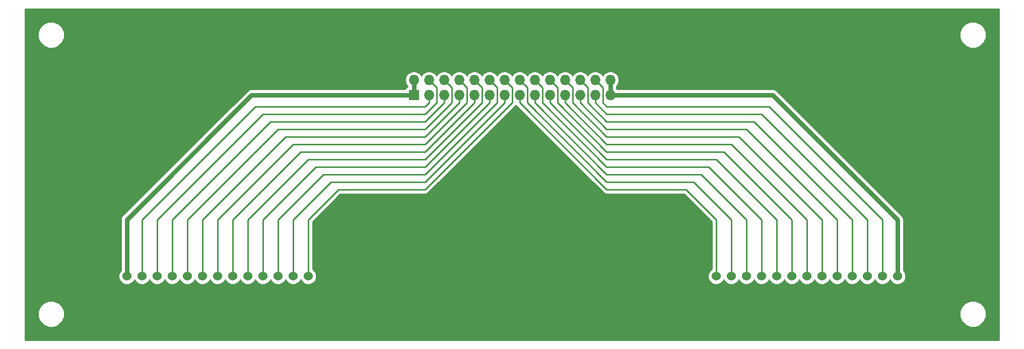
<source format=gbl>
G04 #@! TF.FileFunction,Copper,L2,Bot,Signal*
%FSLAX46Y46*%
G04 Gerber Fmt 4.6, Leading zero omitted, Abs format (unit mm)*
G04 Created by KiCad (PCBNEW 4.0.4-stable) date 11/06/16 19:23:54*
%MOMM*%
%LPD*%
G01*
G04 APERTURE LIST*
%ADD10C,0.100000*%
%ADD11C,1.524000*%
%ADD12R,1.727200X1.727200*%
%ADD13O,1.727200X1.727200*%
%ADD14C,0.762000*%
%ADD15C,0.250000*%
%ADD16C,0.254000*%
G04 APERTURE END LIST*
D10*
D11*
X83820000Y-121920000D03*
X86360000Y-121920000D03*
X88900000Y-121920000D03*
X91440000Y-121920000D03*
X93980000Y-121920000D03*
X96520000Y-121920000D03*
X99060000Y-121920000D03*
X101600000Y-121920000D03*
X104140000Y-121920000D03*
X106680000Y-121920000D03*
X109220000Y-121920000D03*
X111760000Y-121920000D03*
X114300000Y-121920000D03*
X182880000Y-121920000D03*
X185420000Y-121920000D03*
X187960000Y-121920000D03*
X190500000Y-121920000D03*
X193040000Y-121920000D03*
X195580000Y-121920000D03*
X198120000Y-121920000D03*
X200660000Y-121920000D03*
X203200000Y-121920000D03*
X205740000Y-121920000D03*
X208280000Y-121920000D03*
X210820000Y-121920000D03*
X213360000Y-121920000D03*
D12*
X132080000Y-91440000D03*
D13*
X132080000Y-88900000D03*
X134620000Y-91440000D03*
X134620000Y-88900000D03*
X137160000Y-91440000D03*
X137160000Y-88900000D03*
X139700000Y-91440000D03*
X139700000Y-88900000D03*
X142240000Y-91440000D03*
X142240000Y-88900000D03*
X144780000Y-91440000D03*
X144780000Y-88900000D03*
X147320000Y-91440000D03*
X147320000Y-88900000D03*
X149860000Y-91440000D03*
X149860000Y-88900000D03*
X152400000Y-91440000D03*
X152400000Y-88900000D03*
X154940000Y-91440000D03*
X154940000Y-88900000D03*
X157480000Y-91440000D03*
X157480000Y-88900000D03*
X160020000Y-91440000D03*
X160020000Y-88900000D03*
X162560000Y-91440000D03*
X162560000Y-88900000D03*
X165100000Y-91440000D03*
X165100000Y-88900000D03*
D14*
X132080000Y-88900000D02*
X132080000Y-91440000D01*
X83820000Y-112395000D02*
X104775000Y-91440000D01*
X104775000Y-91440000D02*
X132080000Y-91440000D01*
X104775000Y-91440000D02*
X132080000Y-91440000D01*
X83820000Y-112395000D02*
X104775000Y-91440000D01*
X132080000Y-88900000D02*
X132080000Y-91440000D01*
X83820000Y-121920000D02*
X83820000Y-112395000D01*
D15*
X83820000Y-121424700D02*
X83731100Y-121513600D01*
X83820000Y-121424700D02*
X83731100Y-121513600D01*
D14*
X83820000Y-121920000D02*
X83820000Y-112395000D01*
D16*
X134620000Y-92710000D02*
X133985000Y-93345000D01*
X133985000Y-93345000D02*
X105410000Y-93345000D01*
X105410000Y-93345000D02*
X86360000Y-112395000D01*
X134620000Y-91440000D02*
X134620000Y-92710000D01*
X134620000Y-91440000D02*
X134620000Y-92710000D01*
X105410000Y-93345000D02*
X86360000Y-112395000D01*
X133985000Y-93345000D02*
X105410000Y-93345000D01*
X134620000Y-92710000D02*
X133985000Y-93345000D01*
X86360000Y-112395000D02*
X86360000Y-121920000D01*
X86360000Y-112395000D02*
X86360000Y-121920000D01*
X135890000Y-90170000D02*
X135890000Y-92710000D01*
X135890000Y-92710000D02*
X133985000Y-94615000D01*
X133985000Y-94615000D02*
X106680000Y-94615000D01*
X106680000Y-94615000D02*
X88900000Y-112395000D01*
X134620000Y-88900000D02*
X135890000Y-90170000D01*
X134620000Y-88900000D02*
X135890000Y-90170000D01*
X106680000Y-94615000D02*
X88900000Y-112395000D01*
X133985000Y-94615000D02*
X106680000Y-94615000D01*
X135890000Y-92710000D02*
X133985000Y-94615000D01*
X135890000Y-90170000D02*
X135890000Y-92710000D01*
X88900000Y-112395000D02*
X88900000Y-121920000D01*
X88900000Y-112395000D02*
X88900000Y-121920000D01*
X137160000Y-92710000D02*
X133985000Y-95885000D01*
X133985000Y-95885000D02*
X107950000Y-95885000D01*
X107950000Y-95885000D02*
X91440000Y-112395000D01*
X137160000Y-91440000D02*
X137160000Y-92710000D01*
X137160000Y-91440000D02*
X137160000Y-92710000D01*
X107950000Y-95885000D02*
X91440000Y-112395000D01*
X133985000Y-95885000D02*
X107950000Y-95885000D01*
X137160000Y-92710000D02*
X133985000Y-95885000D01*
X91440000Y-112395000D02*
X91440000Y-121920000D01*
X91440000Y-112395000D02*
X91440000Y-121920000D01*
X138430000Y-90170000D02*
X138430000Y-92710000D01*
X138430000Y-92710000D02*
X133985000Y-97155000D01*
X133985000Y-97155000D02*
X109220000Y-97155000D01*
X109220000Y-97155000D02*
X93980000Y-112395000D01*
X137160000Y-88900000D02*
X138430000Y-90170000D01*
X137160000Y-88900000D02*
X138430000Y-90170000D01*
X109220000Y-97155000D02*
X93980000Y-112395000D01*
X133985000Y-97155000D02*
X109220000Y-97155000D01*
X138430000Y-92710000D02*
X133985000Y-97155000D01*
X138430000Y-90170000D02*
X138430000Y-92710000D01*
X93980000Y-112395000D02*
X93980000Y-121920000D01*
X93980000Y-112395000D02*
X93980000Y-121920000D01*
X139700000Y-92710000D02*
X133985000Y-98425000D01*
X133985000Y-98425000D02*
X110490000Y-98425000D01*
X110490000Y-98425000D02*
X96520000Y-112395000D01*
X139700000Y-91440000D02*
X139700000Y-92710000D01*
X139700000Y-91440000D02*
X139700000Y-92710000D01*
X110490000Y-98425000D02*
X96520000Y-112395000D01*
X133985000Y-98425000D02*
X110490000Y-98425000D01*
X139700000Y-92710000D02*
X133985000Y-98425000D01*
X96520000Y-112395000D02*
X96520000Y-121920000D01*
X96520000Y-112395000D02*
X96520000Y-121920000D01*
X140970000Y-90170000D02*
X140970000Y-92710000D01*
X140970000Y-92710000D02*
X133985000Y-99695000D01*
X133985000Y-99695000D02*
X111760000Y-99695000D01*
X111760000Y-99695000D02*
X99060000Y-112395000D01*
X139700000Y-88900000D02*
X140970000Y-90170000D01*
X139700000Y-88900000D02*
X140970000Y-90170000D01*
X111760000Y-99695000D02*
X99060000Y-112395000D01*
X133985000Y-99695000D02*
X111760000Y-99695000D01*
X140970000Y-92710000D02*
X133985000Y-99695000D01*
X140970000Y-90170000D02*
X140970000Y-92710000D01*
X99060000Y-112395000D02*
X99060000Y-121920000D01*
X99060000Y-112395000D02*
X99060000Y-121920000D01*
X142240000Y-92710000D02*
X133985000Y-100965000D01*
X133985000Y-100965000D02*
X113030000Y-100965000D01*
X113030000Y-100965000D02*
X101600000Y-112395000D01*
X142240000Y-91440000D02*
X142240000Y-92710000D01*
X142240000Y-91440000D02*
X142240000Y-92710000D01*
X113030000Y-100965000D02*
X101600000Y-112395000D01*
X133985000Y-100965000D02*
X113030000Y-100965000D01*
X142240000Y-92710000D02*
X133985000Y-100965000D01*
X101600000Y-112395000D02*
X101600000Y-121920000D01*
X101600000Y-112395000D02*
X101600000Y-121920000D01*
X143510000Y-90170000D02*
X143510000Y-92710000D01*
X143510000Y-92710000D02*
X133985000Y-102235000D01*
X133985000Y-102235000D02*
X114300000Y-102235000D01*
X114300000Y-102235000D02*
X104140000Y-112395000D01*
X142240000Y-88900000D02*
X143510000Y-90170000D01*
X142240000Y-88900000D02*
X143510000Y-90170000D01*
X114300000Y-102235000D02*
X104140000Y-112395000D01*
X133985000Y-102235000D02*
X114300000Y-102235000D01*
X143510000Y-92710000D02*
X133985000Y-102235000D01*
X143510000Y-90170000D02*
X143510000Y-92710000D01*
X104140000Y-112395000D02*
X104140000Y-121920000D01*
X104140000Y-112395000D02*
X104140000Y-121920000D01*
X144780000Y-92710000D02*
X133985000Y-103505000D01*
X133985000Y-103505000D02*
X115570000Y-103505000D01*
X115570000Y-103505000D02*
X106680000Y-112395000D01*
X144780000Y-91440000D02*
X144780000Y-92710000D01*
X144780000Y-91440000D02*
X144780000Y-92710000D01*
X115570000Y-103505000D02*
X106680000Y-112395000D01*
X133985000Y-103505000D02*
X115570000Y-103505000D01*
X144780000Y-92710000D02*
X133985000Y-103505000D01*
X106680000Y-112395000D02*
X106680000Y-121920000D01*
X106680000Y-112395000D02*
X106680000Y-121920000D01*
X146050000Y-90170000D02*
X146050000Y-92710000D01*
X146050000Y-92710000D02*
X133985000Y-104775000D01*
X144780000Y-88900000D02*
X146050000Y-90170000D01*
X144780000Y-88900000D02*
X146050000Y-90170000D01*
X146050000Y-92710000D02*
X133985000Y-104775000D01*
X146050000Y-90170000D02*
X146050000Y-92710000D01*
X133985000Y-104775000D02*
X116840000Y-104775000D01*
X116840000Y-104775000D02*
X109220000Y-112395000D01*
X109220000Y-112395000D02*
X109220000Y-121920000D01*
X109220000Y-112395000D02*
X109220000Y-121920000D01*
X116840000Y-104775000D02*
X109220000Y-112395000D01*
X133985000Y-104775000D02*
X116840000Y-104775000D01*
X147320000Y-92710000D02*
X133985000Y-106045000D01*
X147320000Y-91440000D02*
X147320000Y-92710000D01*
X147320000Y-91440000D02*
X147320000Y-92710000D01*
X147320000Y-92710000D02*
X133985000Y-106045000D01*
X133985000Y-106045000D02*
X118110000Y-106045000D01*
X118110000Y-106045000D02*
X111760000Y-112395000D01*
X111760000Y-112395000D02*
X111760000Y-121920000D01*
X111760000Y-112395000D02*
X111760000Y-121920000D01*
X118110000Y-106045000D02*
X111760000Y-112395000D01*
X133985000Y-106045000D02*
X118110000Y-106045000D01*
X148590000Y-90170000D02*
X148590000Y-92710000D01*
X148590000Y-92710000D02*
X133985000Y-107315000D01*
X147320000Y-88900000D02*
X148590000Y-90170000D01*
X147320000Y-88900000D02*
X148590000Y-90170000D01*
X148590000Y-92710000D02*
X133985000Y-107315000D01*
X148590000Y-90170000D02*
X148590000Y-92710000D01*
X133985000Y-107315000D02*
X119380000Y-107315000D01*
X119380000Y-107315000D02*
X114300000Y-112395000D01*
X114300000Y-112395000D02*
X114300000Y-121920000D01*
X114300000Y-112395000D02*
X114300000Y-121920000D01*
X119380000Y-107315000D02*
X114300000Y-112395000D01*
X133985000Y-107315000D02*
X119380000Y-107315000D01*
X149860000Y-92710000D02*
X164465000Y-107315000D01*
X149860000Y-91440000D02*
X149860000Y-92710000D01*
X149860000Y-91440000D02*
X149860000Y-92710000D01*
X149860000Y-92710000D02*
X164465000Y-107315000D01*
X164465000Y-107315000D02*
X177800000Y-107315000D01*
X177800000Y-107315000D02*
X182880000Y-112395000D01*
X182880000Y-112395000D02*
X182880000Y-121920000D01*
X182880000Y-112395000D02*
X182880000Y-121920000D01*
X177800000Y-107315000D02*
X182880000Y-112395000D01*
X164465000Y-107315000D02*
X177800000Y-107315000D01*
X151130000Y-90170000D02*
X151130000Y-92710000D01*
X151130000Y-92710000D02*
X164465000Y-106045000D01*
X149860000Y-88900000D02*
X151130000Y-90170000D01*
X149860000Y-88900000D02*
X151130000Y-90170000D01*
X151130000Y-92710000D02*
X164465000Y-106045000D01*
X151130000Y-90170000D02*
X151130000Y-92710000D01*
X164465000Y-106045000D02*
X179070000Y-106045000D01*
X179070000Y-106045000D02*
X185420000Y-112395000D01*
X185420000Y-112395000D02*
X185420000Y-121920000D01*
X185420000Y-112395000D02*
X185420000Y-121920000D01*
X179070000Y-106045000D02*
X185420000Y-112395000D01*
X164465000Y-106045000D02*
X179070000Y-106045000D01*
X152400000Y-92710000D02*
X164465000Y-104775000D01*
X152400000Y-91440000D02*
X152400000Y-92710000D01*
X152400000Y-91440000D02*
X152400000Y-92710000D01*
X152400000Y-92710000D02*
X164465000Y-104775000D01*
X164465000Y-104775000D02*
X180340000Y-104775000D01*
X180340000Y-104775000D02*
X187960000Y-112395000D01*
X187960000Y-112395000D02*
X187960000Y-121920000D01*
X187960000Y-112395000D02*
X187960000Y-121920000D01*
X180340000Y-104775000D02*
X187960000Y-112395000D01*
X164465000Y-104775000D02*
X180340000Y-104775000D01*
X153670000Y-90170000D02*
X153670000Y-92710000D01*
X153670000Y-92710000D02*
X164465000Y-103505000D01*
X164465000Y-103505000D02*
X181610000Y-103505000D01*
X152400000Y-88900000D02*
X153670000Y-90170000D01*
X152400000Y-88900000D02*
X153670000Y-90170000D01*
X164465000Y-103505000D02*
X181610000Y-103505000D01*
X153670000Y-92710000D02*
X164465000Y-103505000D01*
X153670000Y-90170000D02*
X153670000Y-92710000D01*
X181610000Y-103505000D02*
X190500000Y-112395000D01*
X190500000Y-112395000D02*
X190500000Y-121920000D01*
X190500000Y-112395000D02*
X190500000Y-121920000D01*
X181610000Y-103505000D02*
X190500000Y-112395000D01*
X154940000Y-92710000D02*
X164465000Y-102235000D01*
X164465000Y-102235000D02*
X182880000Y-102235000D01*
X154940000Y-91440000D02*
X154940000Y-92710000D01*
X154940000Y-91440000D02*
X154940000Y-92710000D01*
X164465000Y-102235000D02*
X182880000Y-102235000D01*
X154940000Y-92710000D02*
X164465000Y-102235000D01*
X182880000Y-102235000D02*
X193040000Y-112395000D01*
X193040000Y-112395000D02*
X193040000Y-121920000D01*
X193040000Y-112395000D02*
X193040000Y-121920000D01*
X182880000Y-102235000D02*
X193040000Y-112395000D01*
X156210000Y-90170000D02*
X156210000Y-92710000D01*
X156210000Y-92710000D02*
X164465000Y-100965000D01*
X164465000Y-100965000D02*
X184150000Y-100965000D01*
X154940000Y-88900000D02*
X156210000Y-90170000D01*
X154940000Y-88900000D02*
X156210000Y-90170000D01*
X164465000Y-100965000D02*
X184150000Y-100965000D01*
X156210000Y-92710000D02*
X164465000Y-100965000D01*
X156210000Y-90170000D02*
X156210000Y-92710000D01*
X184150000Y-100965000D02*
X195580000Y-112395000D01*
X195580000Y-112395000D02*
X195580000Y-121920000D01*
X195580000Y-112395000D02*
X195580000Y-121920000D01*
X184150000Y-100965000D02*
X195580000Y-112395000D01*
X157480000Y-92710000D02*
X164465000Y-99695000D01*
X164465000Y-99695000D02*
X185420000Y-99695000D01*
X157480000Y-91440000D02*
X157480000Y-92710000D01*
X157480000Y-91440000D02*
X157480000Y-92710000D01*
X164465000Y-99695000D02*
X185420000Y-99695000D01*
X157480000Y-92710000D02*
X164465000Y-99695000D01*
X185420000Y-99695000D02*
X198120000Y-112395000D01*
X198120000Y-112395000D02*
X198120000Y-121920000D01*
X198120000Y-112395000D02*
X198120000Y-121920000D01*
X185420000Y-99695000D02*
X198120000Y-112395000D01*
X158750000Y-90170000D02*
X158750000Y-92710000D01*
X158750000Y-92710000D02*
X164465000Y-98425000D01*
X164465000Y-98425000D02*
X186690000Y-98425000D01*
X157480000Y-88900000D02*
X158750000Y-90170000D01*
X157480000Y-88900000D02*
X158750000Y-90170000D01*
X164465000Y-98425000D02*
X186690000Y-98425000D01*
X158750000Y-92710000D02*
X164465000Y-98425000D01*
X158750000Y-90170000D02*
X158750000Y-92710000D01*
X186690000Y-98425000D02*
X200660000Y-112395000D01*
X200660000Y-112395000D02*
X200660000Y-121920000D01*
X200660000Y-112395000D02*
X200660000Y-121920000D01*
X186690000Y-98425000D02*
X200660000Y-112395000D01*
X160020000Y-92710000D02*
X164465000Y-97155000D01*
X164465000Y-97155000D02*
X187960000Y-97155000D01*
X160020000Y-91440000D02*
X160020000Y-92710000D01*
X160020000Y-91440000D02*
X160020000Y-92710000D01*
X164465000Y-97155000D02*
X187960000Y-97155000D01*
X160020000Y-92710000D02*
X164465000Y-97155000D01*
X187960000Y-97155000D02*
X203200000Y-112395000D01*
X203200000Y-112395000D02*
X203200000Y-121920000D01*
X203200000Y-112395000D02*
X203200000Y-121920000D01*
X187960000Y-97155000D02*
X203200000Y-112395000D01*
X161290000Y-90170000D02*
X161290000Y-92710000D01*
X161290000Y-92710000D02*
X164465000Y-95885000D01*
X164465000Y-95885000D02*
X189230000Y-95885000D01*
X160020000Y-88900000D02*
X161290000Y-90170000D01*
X160020000Y-88900000D02*
X161290000Y-90170000D01*
X164465000Y-95885000D02*
X189230000Y-95885000D01*
X161290000Y-92710000D02*
X164465000Y-95885000D01*
X161290000Y-90170000D02*
X161290000Y-92710000D01*
X189230000Y-95885000D02*
X205740000Y-112395000D01*
X205740000Y-112395000D02*
X205740000Y-121920000D01*
X205740000Y-112395000D02*
X205740000Y-121920000D01*
X189230000Y-95885000D02*
X205740000Y-112395000D01*
X162560000Y-92710000D02*
X164465000Y-94615000D01*
X164465000Y-94615000D02*
X190500000Y-94615000D01*
X162560000Y-91440000D02*
X162560000Y-92710000D01*
X162560000Y-91440000D02*
X162560000Y-92710000D01*
X164465000Y-94615000D02*
X190500000Y-94615000D01*
X162560000Y-92710000D02*
X164465000Y-94615000D01*
X190500000Y-94615000D02*
X208280000Y-112395000D01*
X208280000Y-112395000D02*
X208280000Y-121920000D01*
X208280000Y-112395000D02*
X208280000Y-121920000D01*
X190500000Y-94615000D02*
X208280000Y-112395000D01*
X163830000Y-90170000D02*
X163830000Y-92710000D01*
X163830000Y-92710000D02*
X164465000Y-93345000D01*
X164465000Y-93345000D02*
X191770000Y-93345000D01*
X162560000Y-88900000D02*
X163830000Y-90170000D01*
X162560000Y-88900000D02*
X163830000Y-90170000D01*
X164465000Y-93345000D02*
X191770000Y-93345000D01*
X163830000Y-92710000D02*
X164465000Y-93345000D01*
X163830000Y-90170000D02*
X163830000Y-92710000D01*
X191770000Y-93345000D02*
X210820000Y-112395000D01*
X210820000Y-112395000D02*
X210820000Y-121920000D01*
X210820000Y-112395000D02*
X210820000Y-121920000D01*
X191770000Y-93345000D02*
X210820000Y-112395000D01*
D14*
X165100000Y-88900000D02*
X165100000Y-91440000D01*
X192405000Y-91440000D02*
X165100000Y-91440000D01*
X192405000Y-91440000D02*
X165100000Y-91440000D01*
X165100000Y-88900000D02*
X165100000Y-91440000D01*
X213360000Y-112395000D02*
X192405000Y-91440000D01*
X213360000Y-121920000D02*
X213360000Y-112395000D01*
X213360000Y-121920000D02*
X213360000Y-112395000D01*
X213360000Y-112395000D02*
X192405000Y-91440000D01*
D16*
G36*
X230430000Y-132640000D02*
X66750000Y-132640000D01*
X66750000Y-127862346D01*
X68877974Y-127862346D01*
X68884984Y-128287425D01*
X68884613Y-128712619D01*
X68892303Y-128731230D01*
X68892635Y-128751363D01*
X69204640Y-129504610D01*
X69213845Y-129509420D01*
X69224155Y-129534372D01*
X69852321Y-130163636D01*
X69880057Y-130175153D01*
X69885390Y-130185360D01*
X70280797Y-130341554D01*
X70673481Y-130504611D01*
X70693619Y-130504629D01*
X70712346Y-130512026D01*
X71137425Y-130505016D01*
X71562619Y-130505387D01*
X71581230Y-130497697D01*
X71601363Y-130497365D01*
X72354610Y-130185360D01*
X72359420Y-130176155D01*
X72384372Y-130165845D01*
X73013636Y-129537679D01*
X73025153Y-129509943D01*
X73035360Y-129504610D01*
X73191554Y-129109203D01*
X73354611Y-128716519D01*
X73354629Y-128696381D01*
X73362026Y-128677654D01*
X73355016Y-128252575D01*
X73355356Y-127862346D01*
X223817974Y-127862346D01*
X223824984Y-128287425D01*
X223824613Y-128712619D01*
X223832303Y-128731230D01*
X223832635Y-128751363D01*
X224144640Y-129504610D01*
X224153845Y-129509420D01*
X224164155Y-129534372D01*
X224792321Y-130163636D01*
X224820057Y-130175153D01*
X224825390Y-130185360D01*
X225220797Y-130341554D01*
X225613481Y-130504611D01*
X225633619Y-130504629D01*
X225652346Y-130512026D01*
X226077425Y-130505016D01*
X226502619Y-130505387D01*
X226521230Y-130497697D01*
X226541363Y-130497365D01*
X227294610Y-130185360D01*
X227299420Y-130176155D01*
X227324372Y-130165845D01*
X227953636Y-129537679D01*
X227965153Y-129509943D01*
X227975360Y-129504610D01*
X228131554Y-129109203D01*
X228294611Y-128716519D01*
X228294629Y-128696381D01*
X228302026Y-128677654D01*
X228295016Y-128252575D01*
X228295387Y-127827381D01*
X228287697Y-127808770D01*
X228287365Y-127788637D01*
X227975360Y-127035390D01*
X227966155Y-127030580D01*
X227955845Y-127005628D01*
X227327679Y-126376364D01*
X227299943Y-126364847D01*
X227294610Y-126354640D01*
X226899203Y-126198446D01*
X226506519Y-126035389D01*
X226486381Y-126035371D01*
X226467654Y-126027974D01*
X226042575Y-126034984D01*
X225617381Y-126034613D01*
X225598770Y-126042303D01*
X225578637Y-126042635D01*
X224825390Y-126354640D01*
X224820580Y-126363845D01*
X224795628Y-126374155D01*
X224166364Y-127002321D01*
X224154847Y-127030057D01*
X224144640Y-127035390D01*
X223988446Y-127430797D01*
X223825389Y-127823481D01*
X223825371Y-127843619D01*
X223817974Y-127862346D01*
X73355356Y-127862346D01*
X73355387Y-127827381D01*
X73347697Y-127808770D01*
X73347365Y-127788637D01*
X73035360Y-127035390D01*
X73026155Y-127030580D01*
X73015845Y-127005628D01*
X72387679Y-126376364D01*
X72359943Y-126364847D01*
X72354610Y-126354640D01*
X71959203Y-126198446D01*
X71566519Y-126035389D01*
X71546381Y-126035371D01*
X71527654Y-126027974D01*
X71102575Y-126034984D01*
X70677381Y-126034613D01*
X70658770Y-126042303D01*
X70638637Y-126042635D01*
X69885390Y-126354640D01*
X69880580Y-126363845D01*
X69855628Y-126374155D01*
X69226364Y-127002321D01*
X69214847Y-127030057D01*
X69204640Y-127035390D01*
X69048446Y-127430797D01*
X68885389Y-127823481D01*
X68885371Y-127843619D01*
X68877974Y-127862346D01*
X66750000Y-127862346D01*
X66750000Y-122196661D01*
X82422758Y-122196661D01*
X82634990Y-122710303D01*
X83027630Y-123103629D01*
X83540900Y-123316757D01*
X84096661Y-123317242D01*
X84610303Y-123105010D01*
X85003629Y-122712370D01*
X85089949Y-122504488D01*
X85174990Y-122710303D01*
X85567630Y-123103629D01*
X86080900Y-123316757D01*
X86636661Y-123317242D01*
X87150303Y-123105010D01*
X87543629Y-122712370D01*
X87629949Y-122504488D01*
X87714990Y-122710303D01*
X88107630Y-123103629D01*
X88620900Y-123316757D01*
X89176661Y-123317242D01*
X89690303Y-123105010D01*
X90083629Y-122712370D01*
X90169949Y-122504488D01*
X90254990Y-122710303D01*
X90647630Y-123103629D01*
X91160900Y-123316757D01*
X91716661Y-123317242D01*
X92230303Y-123105010D01*
X92623629Y-122712370D01*
X92709949Y-122504488D01*
X92794990Y-122710303D01*
X93187630Y-123103629D01*
X93700900Y-123316757D01*
X94256661Y-123317242D01*
X94770303Y-123105010D01*
X95163629Y-122712370D01*
X95249949Y-122504488D01*
X95334990Y-122710303D01*
X95727630Y-123103629D01*
X96240900Y-123316757D01*
X96796661Y-123317242D01*
X97310303Y-123105010D01*
X97703629Y-122712370D01*
X97789949Y-122504488D01*
X97874990Y-122710303D01*
X98267630Y-123103629D01*
X98780900Y-123316757D01*
X99336661Y-123317242D01*
X99850303Y-123105010D01*
X100243629Y-122712370D01*
X100329949Y-122504488D01*
X100414990Y-122710303D01*
X100807630Y-123103629D01*
X101320900Y-123316757D01*
X101876661Y-123317242D01*
X102390303Y-123105010D01*
X102783629Y-122712370D01*
X102869949Y-122504488D01*
X102954990Y-122710303D01*
X103347630Y-123103629D01*
X103860900Y-123316757D01*
X104416661Y-123317242D01*
X104930303Y-123105010D01*
X105323629Y-122712370D01*
X105409949Y-122504488D01*
X105494990Y-122710303D01*
X105887630Y-123103629D01*
X106400900Y-123316757D01*
X106956661Y-123317242D01*
X107470303Y-123105010D01*
X107863629Y-122712370D01*
X107949949Y-122504488D01*
X108034990Y-122710303D01*
X108427630Y-123103629D01*
X108940900Y-123316757D01*
X109496661Y-123317242D01*
X110010303Y-123105010D01*
X110403629Y-122712370D01*
X110489949Y-122504488D01*
X110574990Y-122710303D01*
X110967630Y-123103629D01*
X111480900Y-123316757D01*
X112036661Y-123317242D01*
X112550303Y-123105010D01*
X112943629Y-122712370D01*
X113029949Y-122504488D01*
X113114990Y-122710303D01*
X113507630Y-123103629D01*
X114020900Y-123316757D01*
X114576661Y-123317242D01*
X115090303Y-123105010D01*
X115483629Y-122712370D01*
X115696757Y-122199100D01*
X115697242Y-121643339D01*
X115485010Y-121129697D01*
X115092370Y-120736371D01*
X115062000Y-120723760D01*
X115062000Y-112710630D01*
X119695630Y-108077000D01*
X133985000Y-108077000D01*
X134276605Y-108018996D01*
X134523815Y-107853815D01*
X149128815Y-93248815D01*
X149225000Y-93104864D01*
X149321185Y-93248815D01*
X163926185Y-107853815D01*
X164173395Y-108018996D01*
X164465000Y-108077000D01*
X177484370Y-108077000D01*
X182118000Y-112710630D01*
X182118000Y-120723295D01*
X182089697Y-120734990D01*
X181696371Y-121127630D01*
X181483243Y-121640900D01*
X181482758Y-122196661D01*
X181694990Y-122710303D01*
X182087630Y-123103629D01*
X182600900Y-123316757D01*
X183156661Y-123317242D01*
X183670303Y-123105010D01*
X184063629Y-122712370D01*
X184149949Y-122504488D01*
X184234990Y-122710303D01*
X184627630Y-123103629D01*
X185140900Y-123316757D01*
X185696661Y-123317242D01*
X186210303Y-123105010D01*
X186603629Y-122712370D01*
X186689949Y-122504488D01*
X186774990Y-122710303D01*
X187167630Y-123103629D01*
X187680900Y-123316757D01*
X188236661Y-123317242D01*
X188750303Y-123105010D01*
X189143629Y-122712370D01*
X189229949Y-122504488D01*
X189314990Y-122710303D01*
X189707630Y-123103629D01*
X190220900Y-123316757D01*
X190776661Y-123317242D01*
X191290303Y-123105010D01*
X191683629Y-122712370D01*
X191769949Y-122504488D01*
X191854990Y-122710303D01*
X192247630Y-123103629D01*
X192760900Y-123316757D01*
X193316661Y-123317242D01*
X193830303Y-123105010D01*
X194223629Y-122712370D01*
X194309949Y-122504488D01*
X194394990Y-122710303D01*
X194787630Y-123103629D01*
X195300900Y-123316757D01*
X195856661Y-123317242D01*
X196370303Y-123105010D01*
X196763629Y-122712370D01*
X196849949Y-122504488D01*
X196934990Y-122710303D01*
X197327630Y-123103629D01*
X197840900Y-123316757D01*
X198396661Y-123317242D01*
X198910303Y-123105010D01*
X199303629Y-122712370D01*
X199389949Y-122504488D01*
X199474990Y-122710303D01*
X199867630Y-123103629D01*
X200380900Y-123316757D01*
X200936661Y-123317242D01*
X201450303Y-123105010D01*
X201843629Y-122712370D01*
X201929949Y-122504488D01*
X202014990Y-122710303D01*
X202407630Y-123103629D01*
X202920900Y-123316757D01*
X203476661Y-123317242D01*
X203990303Y-123105010D01*
X204383629Y-122712370D01*
X204469949Y-122504488D01*
X204554990Y-122710303D01*
X204947630Y-123103629D01*
X205460900Y-123316757D01*
X206016661Y-123317242D01*
X206530303Y-123105010D01*
X206923629Y-122712370D01*
X207009949Y-122504488D01*
X207094990Y-122710303D01*
X207487630Y-123103629D01*
X208000900Y-123316757D01*
X208556661Y-123317242D01*
X209070303Y-123105010D01*
X209463629Y-122712370D01*
X209549949Y-122504488D01*
X209634990Y-122710303D01*
X210027630Y-123103629D01*
X210540900Y-123316757D01*
X211096661Y-123317242D01*
X211610303Y-123105010D01*
X212003629Y-122712370D01*
X212089949Y-122504488D01*
X212174990Y-122710303D01*
X212567630Y-123103629D01*
X213080900Y-123316757D01*
X213636661Y-123317242D01*
X214150303Y-123105010D01*
X214543629Y-122712370D01*
X214756757Y-122199100D01*
X214757242Y-121643339D01*
X214545010Y-121129697D01*
X214376000Y-120960392D01*
X214376000Y-112395000D01*
X214298662Y-112006194D01*
X214088058Y-111691004D01*
X214078420Y-111676579D01*
X193123420Y-90721580D01*
X192793807Y-90501338D01*
X192729300Y-90488507D01*
X192405000Y-90424000D01*
X166208466Y-90424000D01*
X166159670Y-90350971D01*
X166116000Y-90321792D01*
X166116000Y-90018208D01*
X166159670Y-89989029D01*
X166484526Y-89502848D01*
X166598600Y-88929359D01*
X166598600Y-88870641D01*
X166484526Y-88297152D01*
X166159670Y-87810971D01*
X165673489Y-87486115D01*
X165100000Y-87372041D01*
X164526511Y-87486115D01*
X164040330Y-87810971D01*
X163830000Y-88125752D01*
X163619670Y-87810971D01*
X163133489Y-87486115D01*
X162560000Y-87372041D01*
X161986511Y-87486115D01*
X161500330Y-87810971D01*
X161290000Y-88125752D01*
X161079670Y-87810971D01*
X160593489Y-87486115D01*
X160020000Y-87372041D01*
X159446511Y-87486115D01*
X158960330Y-87810971D01*
X158750000Y-88125752D01*
X158539670Y-87810971D01*
X158053489Y-87486115D01*
X157480000Y-87372041D01*
X156906511Y-87486115D01*
X156420330Y-87810971D01*
X156210000Y-88125752D01*
X155999670Y-87810971D01*
X155513489Y-87486115D01*
X154940000Y-87372041D01*
X154366511Y-87486115D01*
X153880330Y-87810971D01*
X153670000Y-88125752D01*
X153459670Y-87810971D01*
X152973489Y-87486115D01*
X152400000Y-87372041D01*
X151826511Y-87486115D01*
X151340330Y-87810971D01*
X151130000Y-88125752D01*
X150919670Y-87810971D01*
X150433489Y-87486115D01*
X149860000Y-87372041D01*
X149286511Y-87486115D01*
X148800330Y-87810971D01*
X148590000Y-88125752D01*
X148379670Y-87810971D01*
X147893489Y-87486115D01*
X147320000Y-87372041D01*
X146746511Y-87486115D01*
X146260330Y-87810971D01*
X146050000Y-88125752D01*
X145839670Y-87810971D01*
X145353489Y-87486115D01*
X144780000Y-87372041D01*
X144206511Y-87486115D01*
X143720330Y-87810971D01*
X143510000Y-88125752D01*
X143299670Y-87810971D01*
X142813489Y-87486115D01*
X142240000Y-87372041D01*
X141666511Y-87486115D01*
X141180330Y-87810971D01*
X140970000Y-88125752D01*
X140759670Y-87810971D01*
X140273489Y-87486115D01*
X139700000Y-87372041D01*
X139126511Y-87486115D01*
X138640330Y-87810971D01*
X138430000Y-88125752D01*
X138219670Y-87810971D01*
X137733489Y-87486115D01*
X137160000Y-87372041D01*
X136586511Y-87486115D01*
X136100330Y-87810971D01*
X135890000Y-88125752D01*
X135679670Y-87810971D01*
X135193489Y-87486115D01*
X134620000Y-87372041D01*
X134046511Y-87486115D01*
X133560330Y-87810971D01*
X133350000Y-88125752D01*
X133139670Y-87810971D01*
X132653489Y-87486115D01*
X132080000Y-87372041D01*
X131506511Y-87486115D01*
X131020330Y-87810971D01*
X130695474Y-88297152D01*
X130581400Y-88870641D01*
X130581400Y-88929359D01*
X130695474Y-89502848D01*
X131006574Y-89968442D01*
X130981083Y-89973238D01*
X130764959Y-90112310D01*
X130619969Y-90324510D01*
X130599822Y-90424000D01*
X104775000Y-90424000D01*
X104386194Y-90501338D01*
X104386192Y-90501339D01*
X104386193Y-90501339D01*
X104056579Y-90721580D01*
X83101580Y-111676580D01*
X82881338Y-112006193D01*
X82881338Y-112006194D01*
X82804000Y-112395000D01*
X82804000Y-120960293D01*
X82636371Y-121127630D01*
X82423243Y-121640900D01*
X82422758Y-122196661D01*
X66750000Y-122196661D01*
X66750000Y-80872346D01*
X68877974Y-80872346D01*
X68884984Y-81297425D01*
X68884613Y-81722619D01*
X68892303Y-81741230D01*
X68892635Y-81761363D01*
X69204640Y-82514610D01*
X69213845Y-82519420D01*
X69224155Y-82544372D01*
X69852321Y-83173636D01*
X69880057Y-83185153D01*
X69885390Y-83195360D01*
X70280797Y-83351554D01*
X70673481Y-83514611D01*
X70693619Y-83514629D01*
X70712346Y-83522026D01*
X71137425Y-83515016D01*
X71562619Y-83515387D01*
X71581230Y-83507697D01*
X71601363Y-83507365D01*
X72354610Y-83195360D01*
X72359420Y-83186155D01*
X72384372Y-83175845D01*
X73013636Y-82547679D01*
X73025153Y-82519943D01*
X73035360Y-82514610D01*
X73191554Y-82119203D01*
X73354611Y-81726519D01*
X73354629Y-81706381D01*
X73362026Y-81687654D01*
X73355016Y-81262575D01*
X73355356Y-80872346D01*
X223817974Y-80872346D01*
X223824984Y-81297425D01*
X223824613Y-81722619D01*
X223832303Y-81741230D01*
X223832635Y-81761363D01*
X224144640Y-82514610D01*
X224153845Y-82519420D01*
X224164155Y-82544372D01*
X224792321Y-83173636D01*
X224820057Y-83185153D01*
X224825390Y-83195360D01*
X225220797Y-83351554D01*
X225613481Y-83514611D01*
X225633619Y-83514629D01*
X225652346Y-83522026D01*
X226077425Y-83515016D01*
X226502619Y-83515387D01*
X226521230Y-83507697D01*
X226541363Y-83507365D01*
X227294610Y-83195360D01*
X227299420Y-83186155D01*
X227324372Y-83175845D01*
X227953636Y-82547679D01*
X227965153Y-82519943D01*
X227975360Y-82514610D01*
X228131554Y-82119203D01*
X228294611Y-81726519D01*
X228294629Y-81706381D01*
X228302026Y-81687654D01*
X228295016Y-81262575D01*
X228295387Y-80837381D01*
X228287697Y-80818770D01*
X228287365Y-80798637D01*
X227975360Y-80045390D01*
X227966155Y-80040580D01*
X227955845Y-80015628D01*
X227327679Y-79386364D01*
X227299943Y-79374847D01*
X227294610Y-79364640D01*
X226899203Y-79208446D01*
X226506519Y-79045389D01*
X226486381Y-79045371D01*
X226467654Y-79037974D01*
X226042575Y-79044984D01*
X225617381Y-79044613D01*
X225598770Y-79052303D01*
X225578637Y-79052635D01*
X224825390Y-79364640D01*
X224820580Y-79373845D01*
X224795628Y-79384155D01*
X224166364Y-80012321D01*
X224154847Y-80040057D01*
X224144640Y-80045390D01*
X223988446Y-80440797D01*
X223825389Y-80833481D01*
X223825371Y-80853619D01*
X223817974Y-80872346D01*
X73355356Y-80872346D01*
X73355387Y-80837381D01*
X73347697Y-80818770D01*
X73347365Y-80798637D01*
X73035360Y-80045390D01*
X73026155Y-80040580D01*
X73015845Y-80015628D01*
X72387679Y-79386364D01*
X72359943Y-79374847D01*
X72354610Y-79364640D01*
X71959203Y-79208446D01*
X71566519Y-79045389D01*
X71546381Y-79045371D01*
X71527654Y-79037974D01*
X71102575Y-79044984D01*
X70677381Y-79044613D01*
X70658770Y-79052303D01*
X70638637Y-79052635D01*
X69885390Y-79364640D01*
X69880580Y-79373845D01*
X69855628Y-79384155D01*
X69226364Y-80012321D01*
X69214847Y-80040057D01*
X69204640Y-80045390D01*
X69048446Y-80440797D01*
X68885389Y-80833481D01*
X68885371Y-80853619D01*
X68877974Y-80872346D01*
X66750000Y-80872346D01*
X66750000Y-76910000D01*
X230430000Y-76910000D01*
X230430000Y-132640000D01*
X230430000Y-132640000D01*
G37*
X230430000Y-132640000D02*
X66750000Y-132640000D01*
X66750000Y-127862346D01*
X68877974Y-127862346D01*
X68884984Y-128287425D01*
X68884613Y-128712619D01*
X68892303Y-128731230D01*
X68892635Y-128751363D01*
X69204640Y-129504610D01*
X69213845Y-129509420D01*
X69224155Y-129534372D01*
X69852321Y-130163636D01*
X69880057Y-130175153D01*
X69885390Y-130185360D01*
X70280797Y-130341554D01*
X70673481Y-130504611D01*
X70693619Y-130504629D01*
X70712346Y-130512026D01*
X71137425Y-130505016D01*
X71562619Y-130505387D01*
X71581230Y-130497697D01*
X71601363Y-130497365D01*
X72354610Y-130185360D01*
X72359420Y-130176155D01*
X72384372Y-130165845D01*
X73013636Y-129537679D01*
X73025153Y-129509943D01*
X73035360Y-129504610D01*
X73191554Y-129109203D01*
X73354611Y-128716519D01*
X73354629Y-128696381D01*
X73362026Y-128677654D01*
X73355016Y-128252575D01*
X73355356Y-127862346D01*
X223817974Y-127862346D01*
X223824984Y-128287425D01*
X223824613Y-128712619D01*
X223832303Y-128731230D01*
X223832635Y-128751363D01*
X224144640Y-129504610D01*
X224153845Y-129509420D01*
X224164155Y-129534372D01*
X224792321Y-130163636D01*
X224820057Y-130175153D01*
X224825390Y-130185360D01*
X225220797Y-130341554D01*
X225613481Y-130504611D01*
X225633619Y-130504629D01*
X225652346Y-130512026D01*
X226077425Y-130505016D01*
X226502619Y-130505387D01*
X226521230Y-130497697D01*
X226541363Y-130497365D01*
X227294610Y-130185360D01*
X227299420Y-130176155D01*
X227324372Y-130165845D01*
X227953636Y-129537679D01*
X227965153Y-129509943D01*
X227975360Y-129504610D01*
X228131554Y-129109203D01*
X228294611Y-128716519D01*
X228294629Y-128696381D01*
X228302026Y-128677654D01*
X228295016Y-128252575D01*
X228295387Y-127827381D01*
X228287697Y-127808770D01*
X228287365Y-127788637D01*
X227975360Y-127035390D01*
X227966155Y-127030580D01*
X227955845Y-127005628D01*
X227327679Y-126376364D01*
X227299943Y-126364847D01*
X227294610Y-126354640D01*
X226899203Y-126198446D01*
X226506519Y-126035389D01*
X226486381Y-126035371D01*
X226467654Y-126027974D01*
X226042575Y-126034984D01*
X225617381Y-126034613D01*
X225598770Y-126042303D01*
X225578637Y-126042635D01*
X224825390Y-126354640D01*
X224820580Y-126363845D01*
X224795628Y-126374155D01*
X224166364Y-127002321D01*
X224154847Y-127030057D01*
X224144640Y-127035390D01*
X223988446Y-127430797D01*
X223825389Y-127823481D01*
X223825371Y-127843619D01*
X223817974Y-127862346D01*
X73355356Y-127862346D01*
X73355387Y-127827381D01*
X73347697Y-127808770D01*
X73347365Y-127788637D01*
X73035360Y-127035390D01*
X73026155Y-127030580D01*
X73015845Y-127005628D01*
X72387679Y-126376364D01*
X72359943Y-126364847D01*
X72354610Y-126354640D01*
X71959203Y-126198446D01*
X71566519Y-126035389D01*
X71546381Y-126035371D01*
X71527654Y-126027974D01*
X71102575Y-126034984D01*
X70677381Y-126034613D01*
X70658770Y-126042303D01*
X70638637Y-126042635D01*
X69885390Y-126354640D01*
X69880580Y-126363845D01*
X69855628Y-126374155D01*
X69226364Y-127002321D01*
X69214847Y-127030057D01*
X69204640Y-127035390D01*
X69048446Y-127430797D01*
X68885389Y-127823481D01*
X68885371Y-127843619D01*
X68877974Y-127862346D01*
X66750000Y-127862346D01*
X66750000Y-122196661D01*
X82422758Y-122196661D01*
X82634990Y-122710303D01*
X83027630Y-123103629D01*
X83540900Y-123316757D01*
X84096661Y-123317242D01*
X84610303Y-123105010D01*
X85003629Y-122712370D01*
X85089949Y-122504488D01*
X85174990Y-122710303D01*
X85567630Y-123103629D01*
X86080900Y-123316757D01*
X86636661Y-123317242D01*
X87150303Y-123105010D01*
X87543629Y-122712370D01*
X87629949Y-122504488D01*
X87714990Y-122710303D01*
X88107630Y-123103629D01*
X88620900Y-123316757D01*
X89176661Y-123317242D01*
X89690303Y-123105010D01*
X90083629Y-122712370D01*
X90169949Y-122504488D01*
X90254990Y-122710303D01*
X90647630Y-123103629D01*
X91160900Y-123316757D01*
X91716661Y-123317242D01*
X92230303Y-123105010D01*
X92623629Y-122712370D01*
X92709949Y-122504488D01*
X92794990Y-122710303D01*
X93187630Y-123103629D01*
X93700900Y-123316757D01*
X94256661Y-123317242D01*
X94770303Y-123105010D01*
X95163629Y-122712370D01*
X95249949Y-122504488D01*
X95334990Y-122710303D01*
X95727630Y-123103629D01*
X96240900Y-123316757D01*
X96796661Y-123317242D01*
X97310303Y-123105010D01*
X97703629Y-122712370D01*
X97789949Y-122504488D01*
X97874990Y-122710303D01*
X98267630Y-123103629D01*
X98780900Y-123316757D01*
X99336661Y-123317242D01*
X99850303Y-123105010D01*
X100243629Y-122712370D01*
X100329949Y-122504488D01*
X100414990Y-122710303D01*
X100807630Y-123103629D01*
X101320900Y-123316757D01*
X101876661Y-123317242D01*
X102390303Y-123105010D01*
X102783629Y-122712370D01*
X102869949Y-122504488D01*
X102954990Y-122710303D01*
X103347630Y-123103629D01*
X103860900Y-123316757D01*
X104416661Y-123317242D01*
X104930303Y-123105010D01*
X105323629Y-122712370D01*
X105409949Y-122504488D01*
X105494990Y-122710303D01*
X105887630Y-123103629D01*
X106400900Y-123316757D01*
X106956661Y-123317242D01*
X107470303Y-123105010D01*
X107863629Y-122712370D01*
X107949949Y-122504488D01*
X108034990Y-122710303D01*
X108427630Y-123103629D01*
X108940900Y-123316757D01*
X109496661Y-123317242D01*
X110010303Y-123105010D01*
X110403629Y-122712370D01*
X110489949Y-122504488D01*
X110574990Y-122710303D01*
X110967630Y-123103629D01*
X111480900Y-123316757D01*
X112036661Y-123317242D01*
X112550303Y-123105010D01*
X112943629Y-122712370D01*
X113029949Y-122504488D01*
X113114990Y-122710303D01*
X113507630Y-123103629D01*
X114020900Y-123316757D01*
X114576661Y-123317242D01*
X115090303Y-123105010D01*
X115483629Y-122712370D01*
X115696757Y-122199100D01*
X115697242Y-121643339D01*
X115485010Y-121129697D01*
X115092370Y-120736371D01*
X115062000Y-120723760D01*
X115062000Y-112710630D01*
X119695630Y-108077000D01*
X133985000Y-108077000D01*
X134276605Y-108018996D01*
X134523815Y-107853815D01*
X149128815Y-93248815D01*
X149225000Y-93104864D01*
X149321185Y-93248815D01*
X163926185Y-107853815D01*
X164173395Y-108018996D01*
X164465000Y-108077000D01*
X177484370Y-108077000D01*
X182118000Y-112710630D01*
X182118000Y-120723295D01*
X182089697Y-120734990D01*
X181696371Y-121127630D01*
X181483243Y-121640900D01*
X181482758Y-122196661D01*
X181694990Y-122710303D01*
X182087630Y-123103629D01*
X182600900Y-123316757D01*
X183156661Y-123317242D01*
X183670303Y-123105010D01*
X184063629Y-122712370D01*
X184149949Y-122504488D01*
X184234990Y-122710303D01*
X184627630Y-123103629D01*
X185140900Y-123316757D01*
X185696661Y-123317242D01*
X186210303Y-123105010D01*
X186603629Y-122712370D01*
X186689949Y-122504488D01*
X186774990Y-122710303D01*
X187167630Y-123103629D01*
X187680900Y-123316757D01*
X188236661Y-123317242D01*
X188750303Y-123105010D01*
X189143629Y-122712370D01*
X189229949Y-122504488D01*
X189314990Y-122710303D01*
X189707630Y-123103629D01*
X190220900Y-123316757D01*
X190776661Y-123317242D01*
X191290303Y-123105010D01*
X191683629Y-122712370D01*
X191769949Y-122504488D01*
X191854990Y-122710303D01*
X192247630Y-123103629D01*
X192760900Y-123316757D01*
X193316661Y-123317242D01*
X193830303Y-123105010D01*
X194223629Y-122712370D01*
X194309949Y-122504488D01*
X194394990Y-122710303D01*
X194787630Y-123103629D01*
X195300900Y-123316757D01*
X195856661Y-123317242D01*
X196370303Y-123105010D01*
X196763629Y-122712370D01*
X196849949Y-122504488D01*
X196934990Y-122710303D01*
X197327630Y-123103629D01*
X197840900Y-123316757D01*
X198396661Y-123317242D01*
X198910303Y-123105010D01*
X199303629Y-122712370D01*
X199389949Y-122504488D01*
X199474990Y-122710303D01*
X199867630Y-123103629D01*
X200380900Y-123316757D01*
X200936661Y-123317242D01*
X201450303Y-123105010D01*
X201843629Y-122712370D01*
X201929949Y-122504488D01*
X202014990Y-122710303D01*
X202407630Y-123103629D01*
X202920900Y-123316757D01*
X203476661Y-123317242D01*
X203990303Y-123105010D01*
X204383629Y-122712370D01*
X204469949Y-122504488D01*
X204554990Y-122710303D01*
X204947630Y-123103629D01*
X205460900Y-123316757D01*
X206016661Y-123317242D01*
X206530303Y-123105010D01*
X206923629Y-122712370D01*
X207009949Y-122504488D01*
X207094990Y-122710303D01*
X207487630Y-123103629D01*
X208000900Y-123316757D01*
X208556661Y-123317242D01*
X209070303Y-123105010D01*
X209463629Y-122712370D01*
X209549949Y-122504488D01*
X209634990Y-122710303D01*
X210027630Y-123103629D01*
X210540900Y-123316757D01*
X211096661Y-123317242D01*
X211610303Y-123105010D01*
X212003629Y-122712370D01*
X212089949Y-122504488D01*
X212174990Y-122710303D01*
X212567630Y-123103629D01*
X213080900Y-123316757D01*
X213636661Y-123317242D01*
X214150303Y-123105010D01*
X214543629Y-122712370D01*
X214756757Y-122199100D01*
X214757242Y-121643339D01*
X214545010Y-121129697D01*
X214376000Y-120960392D01*
X214376000Y-112395000D01*
X214298662Y-112006194D01*
X214088058Y-111691004D01*
X214078420Y-111676579D01*
X193123420Y-90721580D01*
X192793807Y-90501338D01*
X192729300Y-90488507D01*
X192405000Y-90424000D01*
X166208466Y-90424000D01*
X166159670Y-90350971D01*
X166116000Y-90321792D01*
X166116000Y-90018208D01*
X166159670Y-89989029D01*
X166484526Y-89502848D01*
X166598600Y-88929359D01*
X166598600Y-88870641D01*
X166484526Y-88297152D01*
X166159670Y-87810971D01*
X165673489Y-87486115D01*
X165100000Y-87372041D01*
X164526511Y-87486115D01*
X164040330Y-87810971D01*
X163830000Y-88125752D01*
X163619670Y-87810971D01*
X163133489Y-87486115D01*
X162560000Y-87372041D01*
X161986511Y-87486115D01*
X161500330Y-87810971D01*
X161290000Y-88125752D01*
X161079670Y-87810971D01*
X160593489Y-87486115D01*
X160020000Y-87372041D01*
X159446511Y-87486115D01*
X158960330Y-87810971D01*
X158750000Y-88125752D01*
X158539670Y-87810971D01*
X158053489Y-87486115D01*
X157480000Y-87372041D01*
X156906511Y-87486115D01*
X156420330Y-87810971D01*
X156210000Y-88125752D01*
X155999670Y-87810971D01*
X155513489Y-87486115D01*
X154940000Y-87372041D01*
X154366511Y-87486115D01*
X153880330Y-87810971D01*
X153670000Y-88125752D01*
X153459670Y-87810971D01*
X152973489Y-87486115D01*
X152400000Y-87372041D01*
X151826511Y-87486115D01*
X151340330Y-87810971D01*
X151130000Y-88125752D01*
X150919670Y-87810971D01*
X150433489Y-87486115D01*
X149860000Y-87372041D01*
X149286511Y-87486115D01*
X148800330Y-87810971D01*
X148590000Y-88125752D01*
X148379670Y-87810971D01*
X147893489Y-87486115D01*
X147320000Y-87372041D01*
X146746511Y-87486115D01*
X146260330Y-87810971D01*
X146050000Y-88125752D01*
X145839670Y-87810971D01*
X145353489Y-87486115D01*
X144780000Y-87372041D01*
X144206511Y-87486115D01*
X143720330Y-87810971D01*
X143510000Y-88125752D01*
X143299670Y-87810971D01*
X142813489Y-87486115D01*
X142240000Y-87372041D01*
X141666511Y-87486115D01*
X141180330Y-87810971D01*
X140970000Y-88125752D01*
X140759670Y-87810971D01*
X140273489Y-87486115D01*
X139700000Y-87372041D01*
X139126511Y-87486115D01*
X138640330Y-87810971D01*
X138430000Y-88125752D01*
X138219670Y-87810971D01*
X137733489Y-87486115D01*
X137160000Y-87372041D01*
X136586511Y-87486115D01*
X136100330Y-87810971D01*
X135890000Y-88125752D01*
X135679670Y-87810971D01*
X135193489Y-87486115D01*
X134620000Y-87372041D01*
X134046511Y-87486115D01*
X133560330Y-87810971D01*
X133350000Y-88125752D01*
X133139670Y-87810971D01*
X132653489Y-87486115D01*
X132080000Y-87372041D01*
X131506511Y-87486115D01*
X131020330Y-87810971D01*
X130695474Y-88297152D01*
X130581400Y-88870641D01*
X130581400Y-88929359D01*
X130695474Y-89502848D01*
X131006574Y-89968442D01*
X130981083Y-89973238D01*
X130764959Y-90112310D01*
X130619969Y-90324510D01*
X130599822Y-90424000D01*
X104775000Y-90424000D01*
X104386194Y-90501338D01*
X104386192Y-90501339D01*
X104386193Y-90501339D01*
X104056579Y-90721580D01*
X83101580Y-111676580D01*
X82881338Y-112006193D01*
X82881338Y-112006194D01*
X82804000Y-112395000D01*
X82804000Y-120960293D01*
X82636371Y-121127630D01*
X82423243Y-121640900D01*
X82422758Y-122196661D01*
X66750000Y-122196661D01*
X66750000Y-80872346D01*
X68877974Y-80872346D01*
X68884984Y-81297425D01*
X68884613Y-81722619D01*
X68892303Y-81741230D01*
X68892635Y-81761363D01*
X69204640Y-82514610D01*
X69213845Y-82519420D01*
X69224155Y-82544372D01*
X69852321Y-83173636D01*
X69880057Y-83185153D01*
X69885390Y-83195360D01*
X70280797Y-83351554D01*
X70673481Y-83514611D01*
X70693619Y-83514629D01*
X70712346Y-83522026D01*
X71137425Y-83515016D01*
X71562619Y-83515387D01*
X71581230Y-83507697D01*
X71601363Y-83507365D01*
X72354610Y-83195360D01*
X72359420Y-83186155D01*
X72384372Y-83175845D01*
X73013636Y-82547679D01*
X73025153Y-82519943D01*
X73035360Y-82514610D01*
X73191554Y-82119203D01*
X73354611Y-81726519D01*
X73354629Y-81706381D01*
X73362026Y-81687654D01*
X73355016Y-81262575D01*
X73355356Y-80872346D01*
X223817974Y-80872346D01*
X223824984Y-81297425D01*
X223824613Y-81722619D01*
X223832303Y-81741230D01*
X223832635Y-81761363D01*
X224144640Y-82514610D01*
X224153845Y-82519420D01*
X224164155Y-82544372D01*
X224792321Y-83173636D01*
X224820057Y-83185153D01*
X224825390Y-83195360D01*
X225220797Y-83351554D01*
X225613481Y-83514611D01*
X225633619Y-83514629D01*
X225652346Y-83522026D01*
X226077425Y-83515016D01*
X226502619Y-83515387D01*
X226521230Y-83507697D01*
X226541363Y-83507365D01*
X227294610Y-83195360D01*
X227299420Y-83186155D01*
X227324372Y-83175845D01*
X227953636Y-82547679D01*
X227965153Y-82519943D01*
X227975360Y-82514610D01*
X228131554Y-82119203D01*
X228294611Y-81726519D01*
X228294629Y-81706381D01*
X228302026Y-81687654D01*
X228295016Y-81262575D01*
X228295387Y-80837381D01*
X228287697Y-80818770D01*
X228287365Y-80798637D01*
X227975360Y-80045390D01*
X227966155Y-80040580D01*
X227955845Y-80015628D01*
X227327679Y-79386364D01*
X227299943Y-79374847D01*
X227294610Y-79364640D01*
X226899203Y-79208446D01*
X226506519Y-79045389D01*
X226486381Y-79045371D01*
X226467654Y-79037974D01*
X226042575Y-79044984D01*
X225617381Y-79044613D01*
X225598770Y-79052303D01*
X225578637Y-79052635D01*
X224825390Y-79364640D01*
X224820580Y-79373845D01*
X224795628Y-79384155D01*
X224166364Y-80012321D01*
X224154847Y-80040057D01*
X224144640Y-80045390D01*
X223988446Y-80440797D01*
X223825389Y-80833481D01*
X223825371Y-80853619D01*
X223817974Y-80872346D01*
X73355356Y-80872346D01*
X73355387Y-80837381D01*
X73347697Y-80818770D01*
X73347365Y-80798637D01*
X73035360Y-80045390D01*
X73026155Y-80040580D01*
X73015845Y-80015628D01*
X72387679Y-79386364D01*
X72359943Y-79374847D01*
X72354610Y-79364640D01*
X71959203Y-79208446D01*
X71566519Y-79045389D01*
X71546381Y-79045371D01*
X71527654Y-79037974D01*
X71102575Y-79044984D01*
X70677381Y-79044613D01*
X70658770Y-79052303D01*
X70638637Y-79052635D01*
X69885390Y-79364640D01*
X69880580Y-79373845D01*
X69855628Y-79384155D01*
X69226364Y-80012321D01*
X69214847Y-80040057D01*
X69204640Y-80045390D01*
X69048446Y-80440797D01*
X68885389Y-80833481D01*
X68885371Y-80853619D01*
X68877974Y-80872346D01*
X66750000Y-80872346D01*
X66750000Y-76910000D01*
X230430000Y-76910000D01*
X230430000Y-132640000D01*
M02*

</source>
